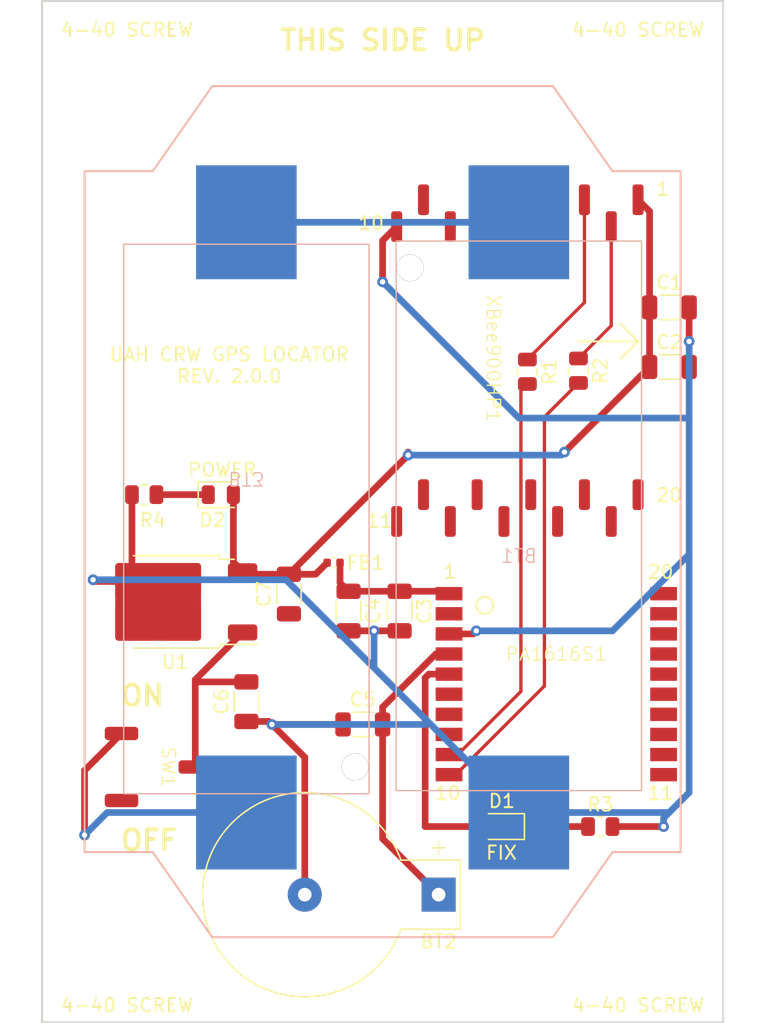
<source format=kicad_pcb>
(kicad_pcb (version 20221018) (generator pcbnew)
  (layers (0 "F.Cu" signal) (31 "B.Cu" signal) (34 "B.Paste" user) (35 "F.Paste" user) (36 "B.SilkS" user "B.Silkscreen") (37 "F.SilkS" user "F.Silkscreen") (38 "B.Mask" user) (39 "F.Mask" user) (44 "Edge.Cuts" user))
  (net 0 "")
  (net 1 "Net-(BT1-+)")
  (net 2 "Net-(BT1--)")
  (net 3 "Net-(BT2-+)")
  (net 4 "Net-(BT3-+)")
  (net 5 "Net-(PA1616S1-VCC)")
  (net 6 "Net-(SW1A-B)")
  (net 8 "Net-(PA1616S1-TX0)")
  (net 9 "Net-(PA1616S1-RX0)")
  (net 10 "Net-(XBee900HP1-Data_In)")
  (net 11 "Net-(XBee900HP1-Data_Out)")
  (net 12 "Net-(D2-A)")
  (net 13 "Net-(D1-K)")
  (net 14 "Net-(D1-A)")
  (net 15 "Net-(D2-K)")
  (footprint "MountingHole:MountingHole_3.2mm_M3" (layer "F.Cu") (at 171.45 120.65)
    (fp_text reference "4-40 SCREW" (at 0 5.08) (layer "F.SilkS"))
    (fp_text value "MountingHole_3.2mm_M3")
    (pad "" np_thru_hole circle (at 0 0) (size 3.2 3.2) (drill 3.2) (layers "F&B.Cu" "*.Mask"))
  )
  (footprint "Capacitor_SMD:C_1206_3216Metric" (layer "F.Cu") (at 150.925 104.775)
    (fp_text reference "C5" (at 0 -1.85) (layer "F.SilkS"))
    (fp_text value "0.1 microfarad")
    (fp_line (start -0.711252 -0.91) (end 0.711252 -0.91) (stroke (width 0.12)) (layer "F.SilkS"))
    (fp_line (start -0.711252 0.91) (end 0.711252 0.91) (stroke (width 0.12)) (layer "F.SilkS"))
    (pad "1" smd roundrect (at -1.475 0) (size 1.15 1.8) (layers "F.Cu" "F.Paste" "F.Mask") (roundrect_rratio 0.2173913043) (net 2 "Net-(BT1--)"))
    (pad "2" smd roundrect (at 1.475 0) (size 1.15 1.8) (layers "F.Cu" "F.Paste" "F.Mask") (roundrect_rratio 0.2173913043) (net 3 "Net-(BT2-+)"))
  )
  (footprint "Battery:BatteryHolder_Keystone_500" (layer "F.Cu") (at 156.577818 117.475 180)
    (fp_text reference "BT2" (at 0 -3.5) (layer "F.SilkS"))
    (fp_text value "CR1220 3V")
    (fp_line (start -1.6256 -2.5781) (end -1.6256 2.5781) (stroke (width 0.12)) (layer "F.SilkS"))
    (fp_line (start -1.6256 -2.5781) (end 2.81 -2.5781) (stroke (width 0.12)) (layer "F.SilkS"))
    (fp_line (start -1.6256 2.5781) (end 2.81 2.5781) (stroke (width 0.12)) (layer "F.SilkS"))
    (fp_line (start 0 3) (end 0 4) (stroke (width 0.12)) (layer "F.SilkS"))
    (fp_line (start 0.5 3.5) (end -0.5 3.5) (stroke (width 0.12)) (layer "F.SilkS"))
    (fp_arc (start 2.81 -2.5781) (mid 17.603686 0) (end 2.81 2.5781) (stroke (width 0.12)) (layer "F.SilkS"))
    (pad "1" thru_hole rect (at 0 0 180) (size 2.54 2.54) (drill 1.016) (layers "*.Cu" "*.Mask") (net 3 "Net-(BT2-+)"))
    (pad "2" thru_hole circle (at 9.9822 0 180) (size 2.54 2.54) (drill 1.016) (layers "*.Cu" "*.Mask") (net 2 "Net-(BT1--)"))
  )
  (footprint "Diode_SMD:D_0805_2012Metric" (layer "F.Cu") (at 140.335 87.63)
    (fp_text reference "D2" (at -0.635 1.905) (layer "F.SilkS"))
    (fp_text value "LED")
    (fp_line (start -1.685 -0.96) (end -1.685 0.96) (stroke (width 0.12)) (layer "F.SilkS"))
    (fp_line (start -1.685 0.96) (end 1 0.96) (stroke (width 0.12)) (layer "F.SilkS"))
    (fp_line (start 1 -0.96) (end -1.685 -0.96) (stroke (width 0.12)) (layer "F.SilkS"))
    (pad "1" smd roundrect (at -0.9375 0) (size 0.975 1.4) (layers "F.Cu" "F.Paste" "F.Mask") (net 15 "Net-(D2-K)"))
    (pad "2" smd roundrect (at 0.9375 0) (size 0.975 1.4) (layers "F.Cu" "F.Paste" "F.Mask") (net 12 "Net-(D2-A)"))
  )
  (footprint "Capacitor_SMD:C_1206_3216Metric" (layer "F.Cu") (at 153.67 96.315 -90)
    (fp_text reference "C3" (at 0 -1.85 90) (layer "F.SilkS"))
    (fp_text value "1.0 microfarad")
    (fp_line (start -0.711252 -0.91) (end 0.711252 -0.91) (stroke (width 0.12)) (layer "F.SilkS"))
    (fp_line (start -0.711252 0.91) (end 0.711252 0.91) (stroke (width 0.12)) (layer "F.SilkS"))
    (pad "1" smd roundrect (at -1.475 0 270) (size 1.15 1.8) (layers "F.Cu" "F.Paste" "F.Mask") (roundrect_rratio 0.2173913043) (net 5 "Net-(PA1616S1-VCC)"))
    (pad "2" smd roundrect (at 1.475 0 270) (size 1.15 1.8) (layers "F.Cu" "F.Paste" "F.Mask") (roundrect_rratio 0.2173913043) (net 2 "Net-(BT1--)"))
  )
  (footprint "Resistor_SMD:R_0805_2012Metric" (layer "F.Cu") (at 168.6325 112.395)
    (fp_text reference "R3" (at 0 -1.65) (layer "F.SilkS"))
    (fp_text value "330")
    (fp_line (start -0.227064 -0.735) (end 0.227064 -0.735) (stroke (width 0.12)) (layer "F.SilkS"))
    (fp_line (start -0.227064 0.735) (end 0.227064 0.735) (stroke (width 0.12)) (layer "F.SilkS"))
    (pad "1" smd roundrect (at -0.9125 0) (size 1.025 1.4) (layers "F.Cu" "F.Paste" "F.Mask") (roundrect_rratio 0.243902439) (net 13 "Net-(D1-K)"))
    (pad "2" smd roundrect (at 0.9125 0) (size 1.025 1.4) (layers "F.Cu" "F.Paste" "F.Mask") (roundrect_rratio 0.243902439) (net 2 "Net-(BT1--)"))
  )
  (footprint "Resistor_SMD:R_0805_2012Metric" (layer "F.Cu") (at 134.62 87.63)
    (fp_text reference "R4" (at 0.635 1.905) (layer "F.SilkS"))
    (fp_text value "330")
    (fp_line (start -0.227064 -0.735) (end 0.227064 -0.735) (stroke (width 0.12)) (layer "F.SilkS"))
    (fp_line (start -0.227064 0.735) (end 0.227064 0.735) (stroke (width 0.12)) (layer "F.SilkS"))
    (pad "1" smd roundrect (at -0.9125 0) (size 1.025 1.4) (layers "F.Cu" "F.Paste" "F.Mask") (roundrect_rratio 0.243902439) (net 2 "Net-(BT1--)"))
    (pad "2" smd roundrect (at 0.9125 0) (size 1.025 1.4) (layers "F.Cu" "F.Paste" "F.Mask") (roundrect_rratio 0.243902439) (net 15 "Net-(D2-K)"))
  )
  (footprint "Diode_SMD:D_0805_2012Metric" (layer "F.Cu") (at 161.29 112.395 180)
    (fp_text reference "D1" (at 0 1.905) (layer "F.SilkS"))
    (fp_text value "LED")
    (fp_line (start -1.685 -0.96) (end -1.685 0.96) (stroke (width 0.12)) (layer "F.SilkS"))
    (fp_line (start -1.685 0.96) (end 1 0.96) (stroke (width 0.12)) (layer "F.SilkS"))
    (fp_line (start 1 -0.96) (end -1.685 -0.96) (stroke (width 0.12)) (layer "F.SilkS"))
    (pad "1" smd roundrect (at -0.9375 0 180) (size 0.975 1.4) (layers "F.Cu" "F.Paste" "F.Mask") (net 13 "Net-(D1-K)"))
    (pad "2" smd roundrect (at 0.9375 0 180) (size 0.975 1.4) (layers "F.Cu" "F.Paste" "F.Mask") (net 14 "Net-(D1-A)"))
  )
  (footprint "MountingHole:MountingHole_3.2mm_M3" (layer "F.Cu") (at 133.35 120.65)
    (fp_text reference "4-40 SCREW" (at 0 5.08) (layer "F.SilkS"))
    (fp_text value "MountingHole_3.2mm_M3")
    (pad "" np_thru_hole circle (at 0 0) (size 3.2 3.2) (drill 3.2) (layers "F&B.Cu" "*.Mask"))
  )
  (footprint "MountingHole:MountingHole_3.2mm_M3" (layer "F.Cu") (at 171.45 57.15)
    (fp_text reference "4-40 SCREW" (at 0 -4.2) (layer "F.SilkS"))
    (fp_text value "MountingHole_3.2mm_M3")
    (pad "" np_thru_hole circle (at 0 0) (size 3.2 3.2) (drill 3.2) (layers "F&B.Cu" "*.Mask"))
  )
  (footprint "Capacitor_SMD:C_1206_3216Metric" (layer "F.Cu") (at 142.24 103.075 90)
    (fp_text reference "C6" (at 0 -1.85 90) (layer "F.SilkS"))
    (fp_text value "0.1 microfarad")
    (fp_line (start -0.711252 -0.91) (end 0.711252 -0.91) (stroke (width 0.12)) (layer "F.SilkS"))
    (fp_line (start -0.711252 0.91) (end 0.711252 0.91) (stroke (width 0.12)) (layer "F.SilkS"))
    (pad "1" smd roundrect (at -1.475 0 90) (size 1.15 1.8) (layers "F.Cu" "F.Paste" "F.Mask") (roundrect_rratio 0.2173913043) (net 2 "Net-(BT1--)"))
    (pad "2" smd roundrect (at 1.475 0 90) (size 1.15 1.8) (layers "F.Cu" "F.Paste" "F.Mask") (roundrect_rratio 0.2173913043) (net 6 "Net-(SW1A-B)"))
  )
  (footprint "Capacitor_SMD:C_1206_3216Metric" (layer "F.Cu") (at 173.785 78.105)
    (fp_text reference "C2" (at 0 -1.85) (layer "F.SilkS"))
    (fp_text value "47 picofarad")
    (fp_line (start -0.711252 -0.91) (end 0.711252 -0.91) (stroke (width 0.12)) (layer "F.SilkS"))
    (fp_line (start -0.711252 0.91) (end 0.711252 0.91) (stroke (width 0.12)) (layer "F.SilkS"))
    (pad "1" smd roundrect (at -1.475 0) (size 1.15 1.8) (layers "F.Cu" "F.Paste" "F.Mask") (roundrect_rratio 0.2173913043) (net 12 "Net-(D2-A)"))
    (pad "2" smd roundrect (at 1.475 0) (size 1.15 1.8) (layers "F.Cu" "F.Paste" "F.Mask") (roundrect_rratio 0.2173913043) (net 2 "Net-(BT1--)"))
  )
  (footprint "MountingHole:MountingHole_3.2mm_M3" (layer "F.Cu") (at 133.35 57.15)
    (fp_text reference "4-40 SCREW" (at 0 -4.2) (layer "F.SilkS"))
    (fp_text value "MountingHole_3.2mm_M3")
    (pad "" np_thru_hole circle (at 0 0) (size 3.2 3.2) (drill 3.2) (layers "*.Cu" "*.Mask"))
  )
  (footprint "Resistor_SMD:R_0805_2012Metric" (layer "F.Cu") (at 167.005 78.3825 -90)
    (fp_text reference "R2" (at 0 -1.65 90) (layer "F.SilkS"))
    (fp_text value "470")
    (fp_line (start -0.227064 -0.735) (end 0.227064 -0.735) (stroke (width 0.12)) (layer "F.SilkS"))
    (fp_line (start -0.227064 0.735) (end 0.227064 0.735) (stroke (width 0.12)) (layer "F.SilkS"))
    (pad "1" smd roundrect (at -0.9125 0 270) (size 1.025 1.4) (layers "F.Cu" "F.Paste" "F.Mask") (roundrect_rratio 0.243902439) (net 11 "Net-(XBee900HP1-Data_Out)"))
    (pad "2" smd roundrect (at 0.9125 0 270) (size 1.025 1.4) (layers "F.Cu" "F.Paste" "F.Mask") (roundrect_rratio 0.243902439) (net 9 "Net-(PA1616S1-RX0)"))
  )
  (footprint "Capacitor_SMD:C_1206_3216Metric" (layer "F.Cu") (at 145.415 95.045 90)
    (fp_text reference "C7" (at 0 -1.85 90) (layer "F.SilkS"))
    (fp_text value "2.2 microfarad")
    (fp_line (start -0.711252 -0.91) (end 0.711252 -0.91) (stroke (width 0.12)) (layer "F.SilkS"))
    (fp_line (start -0.711252 0.91) (end 0.711252 0.91) (stroke (width 0.12)) (layer "F.SilkS"))
    (pad "1" smd roundrect (at -1.475 0 90) (size 1.15 1.8) (layers "F.Cu" "F.Paste" "F.Mask") (roundrect_rratio 0.2173913043) (net 2 "Net-(BT1--)"))
    (pad "2" smd roundrect (at 1.475 0 90) (size 1.15 1.8) (layers "F.Cu" "F.Paste" "F.Mask") (roundrect_rratio 0.2173913043) (net 12 "Net-(D2-A)"))
  )
  (footprint "Resistor_SMD:R_0805_2012Metric" (layer "F.Cu") (at 163.195 78.4625 -90)
    (fp_text reference "R1" (at 0 -1.65 90) (layer "F.SilkS"))
    (fp_text value "470")
    (fp_line (start -0.227064 -0.735) (end 0.227064 -0.735) (stroke (width 0.12)) (layer "F.SilkS"))
    (fp_line (start -0.227064 0.735) (end 0.227064 0.735) (stroke (width 0.12)) (layer "F.SilkS"))
    (pad "1" smd roundrect (at -0.9125 0 270) (size 1.025 1.4) (layers "F.Cu" "F.Paste" "F.Mask") (roundrect_rratio 0.243902439) (net 10 "Net-(XBee900HP1-Data_In)"))
    (pad "2" smd roundrect (at 0.9125 0 270) (size 1.025 1.4) (layers "F.Cu" "F.Paste" "F.Mask") (roundrect_rratio 0.243902439) (net 8 "Net-(PA1616S1-TX0)"))
  )
  (footprint "Adafruit:Adafruit PA1616S" (layer "F.Cu") (at 165.355 105.02)
    (fp_text reference "PA1616S1" (at 0 -5.5 unlocked) (layer "F.SilkS") (effects (font (thickness 0.1))))
    (fp_text value "~")
    (pad "1" smd rect (at -8 -10) (size 2 1) (layers "F.Cu" "F.Paste" "F.Mask") (net 5 "Net-(PA1616S1-VCC)"))
    (pad "2" smd rect (at -8 -8.5) (size 2 1) (layers "F.Cu" "F.Paste" "F.Mask"))
    (pad "3" smd rect (at -8 -7) (size 2 1) (layers "F.Cu" "F.Paste" "F.Mask") (net 2 "Net-(BT1--)"))
    (pad "4" smd rect (at -8 -5.5) (size 2 1) (layers "F.Cu" "F.Paste" "F.Mask") (net 3 "Net-(BT2-+)"))
    (pad "5" smd rect (at -8 -4) (size 2 1) (layers "F.Cu" "F.Paste" "F.Mask") (net 14 "Net-(D1-A)"))
    (pad "6" smd rect (at -8 -2.5) (size 2 1) (layers "F.Cu" "F.Paste" "F.Mask"))
    (pad "7" smd rect (at -8 -1) (size 2 1) (layers "F.Cu" "F.Paste" "F.Mask"))
    (pad "8" smd rect (at -8 0.5) (size 2 1) (layers "F.Cu" "F.Paste" "F.Mask"))
    (pad "9" smd rect (at -8 2) (size 2 1) (layers "F.Cu" "F.Paste" "F.Mask") (net 8 "Net-(PA1616S1-TX0)"))
    (pad "10" smd rect (at -8 3.5) (size 2 1) (layers "F.Cu" "F.Paste" "F.Mask") (net 9 "Net-(PA1616S1-RX0)"))
    (pad "11" smd rect (at 8 3.5) (size 2 1) (layers "F.Cu" "F.Paste" "F.Mask"))
    (pad "12" smd rect (at 8 2) (size 2 1) (layers "F.Cu" "F.Paste" "F.Mask"))
    (pad "13" smd rect (at 8 0.5) (size 2 1) (layers "F.Cu" "F.Paste" "F.Mask"))
    (pad "14" smd rect (at 8 -1) (size 2 1) (layers "F.Cu" "F.Paste" "F.Mask"))
    (pad "15" smd rect (at 8 -2.5) (size 2 1) (layers "F.Cu" "F.Paste" "F.Mask"))
    (pad "16" smd rect (at 8 -4) (size 2 1) (layers "F.Cu" "F.Paste" "F.Mask"))
    (pad "17" smd rect (at 8 -5.5) (size 2 1) (layers "F.Cu" "F.Paste" "F.Mask"))
    (pad "18" smd rect (at 8 -7) (size 2 1) (layers "F.Cu" "F.Paste" "F.Mask"))
    (pad "19" smd rect (at 8 -8.5) (size 2 1) (layers "F.Cu" "F.Paste" "F.Mask"))
    (pad "20" smd rect (at 8 -10) (size 2 1) (layers "F.Cu" "F.Paste" "F.Mask"))
  )
  (footprint "Capacitor_SMD:C_1206_3216Metric" (layer "F.Cu") (at 149.86 96.315 -90)
    (fp_text reference "C4" (at 0 -1.85 90) (layer "F.SilkS"))
    (fp_text value "0.1 microfarad")
    (fp_line (start -0.711252 -0.91) (end 0.711252 -0.91) (stroke (width 0.12)) (layer "F.SilkS"))
    (fp_line (start -0.711252 0.91) (end 0.711252 0.91) (stroke (width 0.12)) (layer "F.SilkS"))
    (pad "1" smd roundrect (at -1.475 0 270) (size 1.15 1.8) (layers "F.Cu" "F.Paste" "F.Mask") (roundrect_rratio 0.2173913043) (net 5 "Net-(PA1616S1-VCC)"))
    (pad "2" smd roundrect (at 1.475 0 270) (size 1.15 1.8) (layers "F.Cu" "F.Paste" "F.Mask") (roundrect_rratio 0.2173913043) (net 2 "Net-(BT1--)"))
  )
  (footprint "Capacitor_SMD:C_0402_1005Metric" (layer "F.Cu") (at 148.745 92.71)
    (fp_text reference "FB1" (at 2.385 0) (layer "F.SilkS"))
    (fp_text value "GMLB-100505-0600A-N8-RU")
    (fp_line (start -0.107836 -0.36) (end 0.107836 -0.36) (stroke (width 0.12)) (layer "F.SilkS"))
    (fp_line (start -0.107836 0.36) (end 0.107836 0.36) (stroke (width 0.12)) (layer "F.SilkS"))
    (pad "1" smd roundrect (at -0.48 0) (size 0.56 0.62) (layers "F.Cu" "F.Paste" "F.Mask") (net 12 "Net-(D2-A)"))
    (pad "2" smd roundrect (at 0.48 0) (size 0.56 0.62) (layers "F.Cu" "F.Paste" "F.Mask") (net 5 "Net-(PA1616S1-VCC)"))
  )
  (footprint "XBee:SMD Switch - JS102011SCQN" (layer "F.Cu") (at 135.93 107.95 -90)
    (fp_text reference "SW1" (at 0 -0.5 -90 unlocked) (layer "F.SilkS") (effects (font (thickness 0.1))))
    (fp_text value "SW_DPST_x2")
    (pad "1" smd roundrect (at -2.5 3 180) (size 2.5 1) (layers "F.Cu" "F.Paste" "F.Mask") (net 4 "Net-(BT3-+)"))
    (pad "2" smd roundrect (at 0 -2.5 180) (size 2.5 1) (layers "F.Cu" "F.Paste" "F.Mask") (net 6 "Net-(SW1A-B)"))
    (pad "3" smd roundrect (at 2.5 3 180) (size 2.5 1) (layers "F.Cu" "F.Paste" "F.Mask"))
  )
  (footprint "XBee:XBee 900HP SMD Pins" (layer "F.Cu") (at 161.45 77.63 -90)
    (fp_text reference "XBee900HP1" (at -0.16 0.795 -90 unlocked) (layer "F.SilkS") (effects (font (thickness 0.1))))
    (fp_text value "~")
    (pad "1" smd roundrect (at -12 -10 270) (size 2.29 0.82) (layers "F.Cu" "F.Paste" "F.Mask") (net 12 "Net-(D2-A)"))
    (pad "2" smd roundrect (at -10 -8 270) (size 2.29 0.82) (layers "F.Cu" "F.Paste" "F.Mask") (net 11 "Net-(XBee900HP1-Data_Out)"))
    (pad "3" smd roundrect (at -12 -6 270) (size 2.29 0.82) (layers "F.Cu" "F.Paste" "F.Mask") (net 10 "Net-(XBee900HP1-Data_In)"))
    (pad "4" smd roundrect (at -10 -4 270) (size 2.29 0.82) (layers "F.Cu" "F.Paste" "F.Mask"))
    (pad "5" smd roundrect (at -12 -2 270) (size 2.29 0.82) (layers "F.Cu" "F.Paste" "F.Mask"))
    (pad "6" smd roundrect (at -10 0 270) (size 2.29 0.82) (layers "F.Cu" "F.Paste" "F.Mask"))
    (pad "7" smd roundrect (at -12 2 270) (size 2.29 0.82) (layers "F.Cu" "F.Paste" "F.Mask"))
    (pad "8" smd roundrect (at -10 4 270) (size 2.29 0.82) (layers "F.Cu" "F.Paste" "F.Mask"))
    (pad "9" smd roundrect (at -12 6 270) (size 2.29 0.82) (layers "F.Cu" "F.Paste" "F.Mask"))
    (pad "10" smd roundrect (at -10 8 270) (size 2.29 0.82) (layers "F.Cu" "F.Paste" "F.Mask") (net 2 "Net-(BT1--)"))
    (pad "11" smd roundrect (at 12 8 270) (size 2.29 0.82) (layers "F.Cu" "F.Paste" "F.Mask"))
    (pad "12" smd roundrect (at 10 6 270) (size 2.29 0.82) (layers "F.Cu" "F.Paste" "F.Mask"))
    (pad "13" smd roundrect (at 12 4 270) (size 2.29 0.82) (layers "F.Cu" "F.Paste" "F.Mask"))
    (pad "14" smd roundrect (at 10 2 270) (size 2.29 0.82) (layers "F.Cu" "F.Paste" "F.Mask"))
    (pad "15" smd roundrect (at 12 0 270) (size 2.29 0.82) (layers "F.Cu" "F.Paste" "F.Mask"))
    (pad "16" smd roundrect (at 10 -2 270) (size 2.29 0.82) (layers "F.Cu" "F.Paste" "F.Mask"))
    (pad "17" smd roundrect (at 12 -4 270) (size 2.29 0.82) (layers "F.Cu" "F.Paste" "F.Mask"))
    (pad "18" smd roundrect (at 10 -6 270) (size 2.29 0.82) (layers "F.Cu" "F.Paste" "F.Mask"))
    (pad "19" smd roundrect (at 12 -8 270) (size 2.29 0.82) (layers "F.Cu" "F.Paste" "F.Mask"))
    (pad "20" smd roundrect (at 10 -10 270) (size 2.29 0.82) (layers "F.Cu" "F.Paste" "F.Mask"))
  )
  (footprint "Package_TO_SOT_SMD:TO-252-2" (layer "F.Cu") (at 136.92 95.63 180)
    (fp_text reference "U1" (at 0 -4.5) (layer "F.SilkS"))
    (fp_text value "KF33BDT")
    (fp_line (start -3.31 -3.45) (end -3.31 -3.18) (stroke (width 0.12)) (layer "F.SilkS"))
    (fp_line (start -3.31 -3.18) (end -6.14 -3.18) (stroke (width 0.12)) (layer "F.SilkS"))
    (fp_line (start -3.31 3.18) (end -4.41 3.18) (stroke (width 0.12)) (layer "F.SilkS"))
    (fp_line (start -3.31 3.45) (end -3.31 3.18) (stroke (width 0.12)) (layer "F.SilkS"))
    (fp_line (start 3.11 -3.45) (end -3.31 -3.45) (stroke (width 0.12)) (layer "F.SilkS"))
    (fp_line (start 3.11 3.45) (end -3.31 3.45) (stroke (width 0.12)) (layer "F.SilkS"))
    (pad "1" smd roundrect (at -5.04 -2.28 180) (size 2.2 1.2) (layers "F.Cu" "F.Paste" "F.Mask") (roundrect_rratio 0.2083333333) (net 6 "Net-(SW1A-B)"))
    (pad "2" smd roundrect (at -0.415 -1.525 180) (size 3.05 2.75) (layers "F.Cu" "F.Paste") (roundrect_rratio 0.09090909091) (net 2 "Net-(BT1--)"))
    (pad "2" smd roundrect (at -0.415 1.525 180) (size 3.05 2.75) (layers "F.Cu" "F.Paste") (roundrect_rratio 0.09090909091) (net 2 "Net-(BT1--)"))
    (pad "2" smd roundrect (at 1.26 0 180) (size 6.4 5.8) (layers "F.Cu" "F.Mask") (roundrect_rratio 0.04310293103) (net 2 "Net-(BT1--)"))
    (pad "2" smd roundrect (at 2.935 -1.525 180) (size 3.05 2.75) (layers "F.Cu" "F.Paste") (roundrect_rratio 0.09090909091) (net 2 "Net-(BT1--)"))
    (pad "2" smd roundrect (at 2.935 1.525 180) (size 3.05 2.75) (layers "F.Cu" "F.Paste") (roundrect_rratio 0.09090909091) (net 2 "Net-(BT1--)"))
    (pad "3" smd roundrect (at -5.04 2.28 180) (size 2.2 1.2) (layers "F.Cu" "F.Paste" "F.Mask") (roundrect_rratio 0.2083333333) (net 12 "Net-(D2-A)"))
  )
  (footprint "Capacitor_SMD:C_1206_3216Metric" (layer "F.Cu") (at 173.785 73.66)
    (fp_text reference "C1" (at 0 -1.85) (layer "F.SilkS"))
    (fp_text value "1.0 microfarad")
    (fp_line (start -0.711252 -0.91) (end 0.711252 -0.91) (stroke (width 0.12)) (layer "F.SilkS"))
    (fp_line (start -0.711252 0.91) (end 0.711252 0.91) (stroke (width 0.12)) (layer "F.SilkS"))
    (pad "1" smd roundrect (at -1.475 0) (size 1.15 1.8) (layers "F.Cu" "F.Paste" "F.Mask") (roundrect_rratio 0.2173913043) (net 12 "Net-(D2-A)"))
    (pad "2" smd roundrect (at 1.475 0) (size 1.15 1.8) (layers "F.Cu" "F.Paste" "F.Mask") (roundrect_rratio 0.2173913043) (net 2 "Net-(BT1--)"))
  )
  (footprint "Misc Custom:Keystone 1050 CR123 Battery Holder SMD" (layer "B.Cu") (at 162.56 92.71 180)
    (fp_text reference "BT1" (at 0 0.5 unlocked) (layer "B.SilkS") (effects (font (thickness 0.1)) (justify mirror)))
    (fp_text value "CR123A Battery ")
    (fp_rect (start -9.15 24) (end 9.15 -17) (stroke (width 0.1)) (fill none) (layer "B.SilkS"))
    (pad "" thru_hole circle (at 8.1 22 180) (size 2 2) (drill 1.98) (layers "*.Mask"))
    (pad "1" smd rect (at 0 25.4 180) (size 7.5 8.5) (layers "B.Cu" "B.Paste" "B.Mask") (net 1 "Net-(BT1-+)"))
    (pad "2" smd rect (at 0 -18.635898 180) (size 7.5 8.5) (layers "B.Cu" "B.Paste" "B.Mask") (net 2 "Net-(BT1--)"))
  )
  (footprint "Misc Custom:Keystone 1050 CR123 Battery Holder SMD" (layer "B.Cu") (at 142.24 85.945898)
    (fp_text reference "BT3" (at 0 0.5 180 unlocked) (layer "B.SilkS") (effects (font (thickness 0.1)) (justify mirror)))
    (fp_text value "CR123A Battery ")
    (fp_rect (start -9.15 24) (end 9.15 -17) (stroke (width 0.1)) (fill none) (layer "B.SilkS"))
    (pad "" thru_hole circle (at 8.1 22) (size 2 2) (drill 1.98) (layers "*.Mask"))
    (pad "1" smd rect (at 0 25.4) (size 7.5 8.5) (layers "B.Cu" "B.Paste" "B.Mask") (net 4 "Net-(BT3-+)"))
    (pad "2" smd rect (at 0 -18.635898) (size 7.5 8.5) (layers "B.Cu" "B.Paste" "B.Mask") (net 1 "Net-(BT1-+)"))
  )
  (gr_line (start 130.175 63.5) (end 135.255 63.5) (stroke (width 0.15)) (layer "B.SilkS"))
  (gr_line (start 130.175 63.5) (end 130.175 114.3) (stroke (width 0.15)) (layer "B.SilkS"))
  (gr_line (start 174.625 114.3) (end 174.625 63.5) (stroke (width 0.15)) (layer "B.SilkS"))
  (gr_line (start 135.255 63.5) (end 139.7 57.15) (stroke (width 0.15)) (layer "B.SilkS"))
  (gr_line (start 139.7 57.15) (end 165.1 57.15) (stroke (width 0.15)) (layer "B.SilkS"))
  (gr_line (start 169.545 63.5) (end 165.1 57.15) (stroke (width 0.15)) (layer "B.SilkS"))
  (gr_line (start 169.545 114.3) (end 165.1 120.65) (stroke (width 0.15)) (layer "B.SilkS"))
  (gr_line (start 174.625 63.5) (end 169.545 63.5) (stroke (width 0.15)) (layer "B.SilkS"))
  (gr_line (start 174.625 114.3) (end 169.545 114.3) (stroke (width 0.15)) (layer "B.SilkS"))
  (gr_line (start 135.255 114.3) (end 139.7 120.65) (stroke (width 0.15)) (layer "B.SilkS"))
  (gr_line (start 130.175 114.3) (end 135.255 114.3) (stroke (width 0.15)) (layer "B.SilkS"))
  (gr_line (start 139.7 120.65) (end 165.1 120.65) (stroke (width 0.15)) (layer "B.SilkS"))
  (gr_circle (center 160.02 95.885) (end 160.02 96.52) (stroke (width 0.15)) (fill none) (layer "F.SilkS"))
  (gr_line (start 167.005 76.2) (end 171.45 76.2) (stroke (width 0.15)) (layer "F.SilkS"))
  (gr_line (start 171.45 76.2) (end 170.18 74.93) (stroke (width 0.15)) (layer "F.SilkS"))
  (gr_line (start 171.45 76.2) (end 170.18 77.47) (stroke (width 0.15)) (layer "F.SilkS"))
  (gr_rect (start 127 50.8) (end 177.8 127) (stroke (width 0.15)) (fill none) (layer "Edge.Cuts"))
  (gr_text "FIX" (at 160.02 114.935) (layer "F.SilkS") (effects (font (size 1 1)) (justify left bottom)))
  (gr_text "THIS SIDE UP" (at 152.4 54.61) (layer "F.SilkS") (effects (font (size 1.5 1.5) (thickness 0.3) bold) (justify bottom)))
  (gr_text "10" (at 156.21 110.49) (layer "F.SilkS") (effects (font (size 1 1)) (justify left bottom)))
  (gr_text "1" (at 172.72 65.405) (layer "F.SilkS") (effects (font (size 1 1)) (justify left bottom)))
  (gr_text "POWER" (at 137.795 86.36) (layer "F.SilkS") (effects (font (size 1 1)) (justify left bottom)))
  (gr_text "10" (at 150.495 67.945) (layer "F.SilkS") (effects (font (size 1 1)) (justify left bottom)))
  (gr_text "UAH CRW GPS LOCATOR\nREV. 2.0.0" (at 140.97 79.375) (layer "F.SilkS") (effects (font (size 1 1)) (justify bottom)))
  (gr_text "ON" (at 132.715 103.505) (layer "F.SilkS") (effects (font (size 1.5 1.5) (thickness 0.3) bold) (justify left bottom)))
  (gr_text "11" (at 172.085 110.49) (layer "F.SilkS") (effects (font (size 1 1)) (justify left bottom)))
  (gr_text "20" (at 172.085 93.98) (layer "F.SilkS") (effects (font (size 1 1)) (justify left bottom)))
  (gr_text "1" (at 156.845 93.98) (layer "F.SilkS") (effects (font (size 1 1)) (justify left bottom)))
  (gr_text "20" (at 172.72 88.265) (layer "F.SilkS") (effects (font (size 1 1)) (justify left bottom)))
  (gr_text "11" (at 151.13 90.17) (layer "F.SilkS") (effects (font (size 1 1)) (justify left bottom)))
  (gr_text "OFF" (at 132.715 114.3) (layer "F.SilkS") (effects (font (size 1.5 1.5) (thickness 0.3) bold) (justify left bottom)))
  (segment (start 142.24 67.31) (end 162.56 67.31) (width 0.5) (layer "B.Cu") (net 1))
  (segment (start 153.45 67.63) (end 152.4 68.68) (width 0.5) (layer "F.Cu") (net 2))
  (segment (start 157.355 98.02) (end 159.155 98.02) (width 0.5) (layer "F.Cu") (net 2))
  (segment (start 133.985 94.105) (end 130.935 94.105) (width 0.5) (layer "F.Cu") (net 2))
  (segment (start 133.7075 87.63) (end 133.7075 93.8275) (width 0.5) (layer "F.Cu") (net 2))
  (segment (start 143.92 104.55) (end 144.145 104.775) (width 0.5) (layer "F.Cu") (net 2))
  (segment (start 130.935 94.105) (end 130.81 93.98) (width 0.5) (layer "F.Cu") (net 2))
  (segment (start 175.26 73.66) (end 175.26 78.105) (width 0.5) (layer "F.Cu") (net 2))
  (segment (start 169.545 112.395) (end 173.355 112.395) (width 0.5) (layer "F.Cu") (net 2))
  (segment (start 133.7075 93.8275) (end 133.985 94.105) (width 0.5) (layer "F.Cu") (net 2))
  (segment (start 152.4 68.68) (end 152.4 71.755) (width 0.5) (layer "F.Cu") (net 2))
  (segment (start 159.155 98.02) (end 159.385 97.79) (width 0.5) (layer "F.Cu") (net 2))
  (segment (start 146.595618 107.225618) (end 144.145 104.775) (width 0.5) (layer "F.Cu") (net 2))
  (segment (start 142.24 104.55) (end 143.92 104.55) (width 0.5) (layer "F.Cu") (net 2))
  (segment (start 149.45 104.775) (end 144.145 104.775) (width 0.5) (layer "F.Cu") (net 2))
  (segment (start 146.595618 117.475) (end 146.595618 107.225618) (width 0.5) (layer "F.Cu") (net 2))
  (segment (start 149.86 97.79) (end 153.67 97.79) (width 0.5) (layer "F.Cu") (net 2))
  (via (at 173.355 112.395) (size 0.8) (drill 0.4) (layers "F.Cu" "B.Cu") (net 2))
  (via (at 159.385 97.79) (size 0.8) (drill 0.4) (layers "F.Cu" "B.Cu") (net 2))
  (via (at 144.145 104.775) (size 0.8) (drill 0.4) (layers "F.Cu" "B.Cu") (net 2))
  (via (at 175.26 76.2) (size 0.8) (drill 0.4) (layers "F.Cu" "B.Cu") (net 2))
  (via (at 151.765 97.79) (size 0.8) (drill 0.4) (layers "F.Cu" "B.Cu") (net 2))
  (via (at 130.81 93.98) (size 0.8) (drill 0.4) (layers "F.Cu" "B.Cu") (net 2))
  (via (at 152.4 71.755) (size 0.8) (drill 0.4) (layers "F.Cu" "B.Cu") (net 2))
  (segment (start 152.4 71.755) (end 162.56 81.915) (width 0.5) (layer "B.Cu") (net 2))
  (segment (start 130.81 93.98) (end 145.194102 93.98) (width 0.5) (layer "B.Cu") (net 2))
  (segment (start 151.654551 100.440449) (end 155.782051 104.567949) (width 0.5) (layer "B.Cu") (net 2))
  (segment (start 151.654551 100.440449) (end 151.765 100.33) (width 0.5) (layer "B.Cu") (net 2))
  (segment (start 175.26 81.915) (end 175.26 92.075) (width 0.5) (layer "B.Cu") (net 2))
  (segment (start 155.782051 104.567949) (end 162.56 111.345898) (width 0.5) (layer "B.Cu") (net 2))
  (segment (start 169.545 97.79) (end 175.26 92.075) (width 0.5) (layer "B.Cu") (net 2))
  (segment (start 145.194102 93.98) (end 151.654551 100.440449) (width 0.5) (layer "B.Cu") (net 2))
  (segment (start 173.355 112.395) (end 173.355 111.76) (width 0.5) (layer "B.Cu") (net 2))
  (segment (start 159.385 97.79) (end 169.545 97.79) (width 0.5) (layer "B.Cu") (net 2))
  (segment (start 175.26 76.2) (end 175.26 81.915) (width 0.5) (layer "B.Cu") (net 2))
  (segment (start 173.769102 111.345898) (end 162.56 111.345898) (width 0.5) (layer "B.Cu") (net 2))
  (segment (start 175.26 109.855) (end 173.769102 111.345898) (width 0.5) (layer "B.Cu") (net 2))
  (segment (start 173.355 111.76) (end 173.769102 111.345898) (width 0.5) (layer "B.Cu") (net 2))
  (segment (start 155.575 104.775) (end 155.782051 104.567949) (width 0.5) (layer "B.Cu") (net 2))
  (segment (start 175.26 92.075) (end 175.26 109.855) (width 0.5) (layer "B.Cu") (net 2))
  (segment (start 144.145 104.775) (end 155.575 104.775) (width 0.5) (layer "B.Cu") (net 2))
  (segment (start 151.765 100.33) (end 151.765 97.79) (width 0.5) (layer "B.Cu") (net 2))
  (segment (start 162.56 81.915) (end 175.26 81.915) (width 0.5) (layer "B.Cu") (net 2))
  (segment (start 156.577818 117.475) (end 152.4 113.297182) (width 0.5) (layer "F.Cu") (net 3))
  (segment (start 152.4 103.48505) (end 156.36505 99.52) (width 0.5) (layer "F.Cu") (net 3))
  (segment (start 152.4 104.775) (end 152.4 103.48505) (width 0.5) (layer "F.Cu") (net 3))
  (segment (start 156.36505 99.52) (end 157.355 99.52) (width 0.5) (layer "F.Cu") (net 3))
  (segment (start 152.4 113.297182) (end 152.4 104.775) (width 0.5) (layer "F.Cu") (net 3))
  (segment (start 130.175 108.205) (end 130.175 113.03) (width 0.5) (layer "F.Cu") (net 4))
  (segment (start 132.93 105.45) (end 130.175 108.205) (width 0.5) (layer "F.Cu") (net 4))
  (via (at 130.175 113.03) (size 0.8) (drill 0.4) (layers "F.Cu" "B.Cu") (net 4))
  (segment (start 131.859102 111.345898) (end 142.24 111.345898) (width 0.5) (layer "B.Cu") (net 4))
  (segment (start 130.175 113.03) (end 131.859102 111.345898) (width 0.5) (layer "B.Cu") (net 4))
  (segment (start 149.225 92.71) (end 149.225 94.205) (width 0.5) (layer "F.Cu") (net 5))
  (segment (start 153.67 94.84) (end 157.175 94.84) (width 0.5) (layer "F.Cu") (net 5))
  (segment (start 149.86 94.84) (end 153.67 94.84) (width 0.5) (layer "F.Cu") (net 5))
  (segment (start 157.175 94.84) (end 157.355 95.02) (width 0.5) (layer "F.Cu") (net 5))
  (segment (start 149.225 94.205) (end 149.86 94.84) (width 0.5) (layer "F.Cu") (net 5))
  (segment (start 138.43 101.44) (end 138.59 101.6) (width 0.5) (layer "F.Cu") (net 6))
  (segment (start 138.43 101.44) (end 138.43 107.95) (width 0.5) (layer "F.Cu") (net 6))
  (segment (start 141.96 97.91) (end 138.43 101.44) (width 0.5) (layer "F.Cu") (net 6))
  (segment (start 138.59 101.6) (end 142.24 101.6) (width 0.5) (layer "F.Cu") (net 6))
  (segment (start 158.005 107.02) (end 157.355 107.02) (width 0.25) (layer "F.Cu") (net 8))
  (segment (start 162.715 79.855) (end 162.715 102.31) (width 0.25) (layer "F.Cu") (net 8))
  (segment (start 163.195 79.375) (end 162.715 79.855) (width 0.25) (layer "F.Cu") (net 8))
  (segment (start 162.715 102.31) (end 158.005 107.02) (width 0.25) (layer "F.Cu") (net 8))
  (segment (start 164.465 101.91) (end 157.855 108.52) (width 0.25) (layer "F.Cu") (net 9))
  (segment (start 157.855 108.52) (end 157.355 108.52) (width 0.25) (layer "F.Cu") (net 9))
  (segment (start 167.005 79.295) (end 164.465 81.835) (width 0.25) (layer "F.Cu") (net 9))
  (segment (start 164.465 81.835) (end 164.465 101.91) (width 0.25) (layer "F.Cu") (net 9))
  (segment (start 163.195 77.55) (end 167.45 73.295) (width 0.25) (layer "F.Cu") (net 10))
  (segment (start 167.45 73.295) (end 167.45 65.63) (width 0.25) (layer "F.Cu") (net 10))
  (segment (start 169.45 75.025) (end 169.45 67.63) (width 0.25) (layer "F.Cu") (net 11))
  (segment (start 167.005 77.47) (end 169.45 75.025) (width 0.25) (layer "F.Cu") (net 11))
  (segment (start 172.31 78.105) (end 172.31 73.66) (width 0.5) (layer "F.Cu") (net 12))
  (segment (start 141.96 93.35) (end 141.2725 92.6625) (width 0.5) (layer "F.Cu") (net 12))
  (segment (start 145.415 93.57) (end 142.18 93.57) (width 0.5) (layer "F.Cu") (net 12))
  (segment (start 147.405 93.57) (end 148.265 92.71) (width 0.5) (layer "F.Cu") (net 12))
  (segment (start 142.18 93.57) (end 141.96 93.35) (width 0.5) (layer "F.Cu") (net 12))
  (segment (start 145.415 93.57) (end 147.405 93.57) (width 0.5) (layer "F.Cu") (net 12))
  (segment (start 172.31 66.49) (end 171.45 65.63) (width 0.5) (layer "F.Cu") (net 12))
  (segment (start 145.415 93.57) (end 154.305 84.68) (width 0.5) (layer "F.Cu") (net 12))
  (segment (start 165.96 84.455) (end 172.31 78.105) (width 0.5) (layer "F.Cu") (net 12))
  (segment (start 172.31 73.66) (end 172.31 66.49) (width 0.5) (layer "F.Cu") (net 12))
  (segment (start 141.2725 92.6625) (end 141.2725 87.63) (width 0.5) (layer "F.Cu") (net 12))
  (segment (start 154.305 84.455) (end 154.305 84.68) (width 0.5) (layer "F.Cu") (net 12))
  (via (at 154.305 84.68) (size 0.8) (drill 0.4) (layers "F.Cu" "B.Cu") (net 12))
  (via (at 165.96 84.455) (size 0.8) (drill 0.4) (layers "F.Cu" "B.Cu") (net 12))
  (segment (start 154.305 84.68) (end 165.735 84.68) (width 0.5) (layer "B.Cu") (net 12))
  (segment (start 165.735 84.68) (end 165.96 84.455) (width 0.5) (layer "B.Cu") (net 12))
  (segment (start 162.2275 112.395) (end 167.72 112.395) (width 0.5) (layer "F.Cu") (net 13))
  (segment (start 155.575 112.395) (end 155.575 101.3) (width 0.5) (layer "F.Cu") (net 14))
  (segment (start 160.3525 112.395) (end 155.575 112.395) (width 0.5) (layer "F.Cu") (net 14))
  (segment (start 155.855 101.02) (end 157.355 101.02) (width 0.5) (layer "F.Cu") (net 14))
  (segment (start 155.575 101.3) (end 155.855 101.02) (width 0.5) (layer "F.Cu") (net 14))
  (segment (start 139.3975 87.63) (end 135.5325 87.63) (width 0.5) (layer "F.Cu") (net 15))
)
</source>
